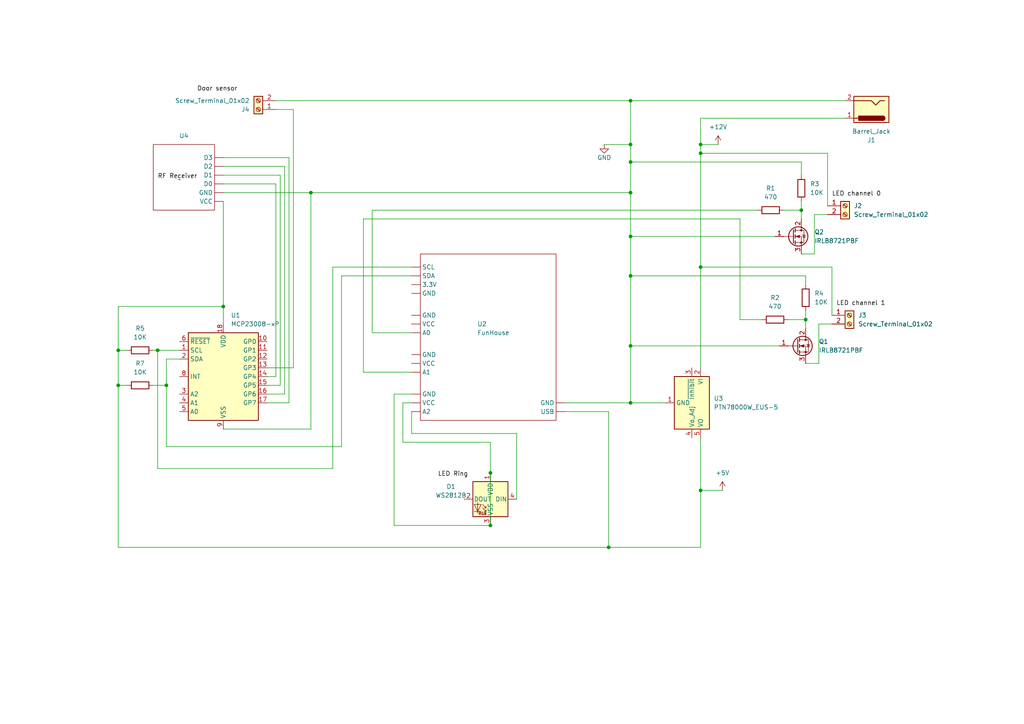
<source format=kicad_sch>
(kicad_sch (version 20230121) (generator eeschema)
  (paper "A4")
  (title_block (title "Nursery Server") (date "2023-09-17") (rev "0"))
  (lib_symbols
    (symbol "Adafruit_FunHouse:FunHouse"
      (property "Reference" "U2" (at -2.54 1.27 0))
      (property "Value" "FunHouse" (at -2.54 -1.27 0))
      (symbol "FunHouse_0_1"
        (rectangle (start -24.13 17.78) (end -24.13 17.78))
        (rectangle (start -19.05 21.59) (end 20.32 -26.67))
      )
      (symbol "FunHouse_1_1"
        (pin power_out line (at -21.59 12.7 0) (length 2.54) (name "3.3V") (number ""))
        (pin output line (at -21.59 -1.27 0) (length 2.54) (name "A0") (number ""))
        (pin output line (at -21.59 -12.7 0) (length 2.54) (name "A1") (number ""))
        (pin output line (at -21.59 -24.13 0) (length 2.54) (name "A2") (number ""))
        (pin passive line (at -21.59 -19.05 0) (length 2.54) (name "GND") (number ""))
        (pin passive line (at -21.59 -7.62 0) (length 2.54) (name "GND") (number ""))
        (pin passive line (at -21.59 3.81 0) (length 2.54) (name "GND") (number ""))
        (pin passive line (at -21.59 10.16 0) (length 2.54) (name "GND") (number ""))
        (pin passive line (at 22.86 -21.59 180) (length 2.54) (name "GND") (number ""))
        (pin bidirectional line (at -21.59 17.78 0) (length 2.54) (name "SCL") (number ""))
        (pin bidirectional line (at -21.59 15.24 0) (length 2.54) (name "SDA") (number ""))
        (pin power_in line (at 22.86 -24.13 180) (length 2.54) (name "USB") (number ""))
        (pin power_out line (at -21.59 -21.59 0) (length 2.54) (name "VCC") (number ""))
        (pin power_out line (at -21.59 -10.16 0) (length 2.54) (name "VCC") (number ""))
        (pin power_out line (at -21.59 1.27 0) (length 2.54) (name "VCC") (number ""))
      )
    )
    (symbol "Adafruit_FunHouse:RF_Receiver"
      (property "Reference" "U" (at 0 0 0))
      (symbol "RF_Receiver_0_1"
        (rectangle (start -10.16 8.89) (end 7.62 -10.16))
      )
      (symbol "RF_Receiver_1_1"
        (pin output line (at -12.7 1.27 0) (length 2.54) (name "D0") (number ""))
        (pin output line (at -12.7 -1.27 0) (length 2.54) (name "D1") (number ""))
        (pin output line (at -12.7 -3.81 0) (length 2.54) (name "D2") (number ""))
        (pin output line (at -12.7 -6.35 0) (length 2.54) (name "D3") (number ""))
        (pin passive line (at -12.7 3.81 0) (length 2.54) (name "GND") (number ""))
        (pin power_in line (at -12.7 6.35 0) (length 2.54) (name "VCC") (number ""))
      )
    )
    (symbol "Connector:Barrel_Jack" (pin_names (offset 1.016))
      (property "Reference" "J" (at 0 5.334 0))
      (property "Value" "Barrel_Jack" (at 0 -5.08 0))
      (symbol "Barrel_Jack_0_1"
        (rectangle (start -5.08 3.81) (end 5.08 -3.81) (stroke (width 0.254)) (fill (type background)))
        (arc (start -3.302 3.175) (mid -3.9343 2.54) (end -3.302 1.905) (stroke (width 0.254)))
        (arc (start -3.302 3.175) (mid -3.9343 2.54) (end -3.302 1.905) (stroke (width 0.254)) (fill (type outline)))
        (polyline (pts (xy 5.08 2.54) (xy 3.81 2.54)) (stroke (width 0.254)))
        (polyline (pts (xy -3.81 -2.54) (xy -2.54 -2.54) (xy -1.27 -1.27) (xy 0 -2.54) (xy 2.54 -2.54) (xy 5.08 -2.54)) (stroke (width 0.254)))
        (rectangle (start 3.683 3.175) (end -3.302 1.905) (stroke (width 0.254)) (fill (type outline)))
      )
      (symbol "Barrel_Jack_1_1"
        (pin passive line (at 7.62 2.54 180) (length 2.54) (name "~") (number "1"))
        (pin passive line (at 7.62 -2.54 180) (length 2.54) (name "~") (number "2"))
      )
    )
    (symbol "Connector:Screw_Terminal_01x02" (pin_names (offset 1.016) hide)
      (property "Reference" "J" (at 0 2.54 0))
      (property "Value" "Screw_Terminal_01x02" (at 0 -5.08 0))
      (symbol "Screw_Terminal_01x02_1_1"
        (rectangle (start -1.27 1.27) (end 1.27 -3.81) (stroke (width 0.254)) (fill (type background)))
        (circle (center 0 -2.54) (radius 0.635) (stroke (width 0.1524)))
        (polyline (pts (xy -0.5334 -2.2098) (xy 0.3302 -3.048)) (stroke (width 0.1524)))
        (polyline (pts (xy -0.5334 0.3302) (xy 0.3302 -0.508)) (stroke (width 0.1524)))
        (polyline (pts (xy -0.3556 -2.032) (xy 0.508 -2.8702)) (stroke (width 0.1524)))
        (polyline (pts (xy -0.3556 0.508) (xy 0.508 -0.3302)) (stroke (width 0.1524)))
        (circle (center 0 0) (radius 0.635) (stroke (width 0.1524)))
        (pin passive line (at -5.08 0 0) (length 3.81) (name "Pin_1") (number "1"))
        (pin passive line (at -5.08 -2.54 0) (length 3.81) (name "Pin_2") (number "2"))
      )
    )
    (symbol "Converter_DCDC:PTN78000W_EUS-5"
      (property "Reference" "U" (at -6.35 6.35 0))
      (property "Value" "PTN78000W_EUS-5" (at 3.81 6.35 0))
      (symbol "PTN78000W_EUS-5_0_1"
        (rectangle (start -7.62 5.08) (end 7.62 -5.08) (stroke (width 0.254)) (fill (type background)))
      )
      (symbol "PTN78000W_EUS-5_1_1"
        (pin power_in line (at 0 -7.62 90) (length 2.54) (name "GND") (number "1"))
        (pin power_in line (at -10.16 2.54 0) (length 2.54) (name "VI") (number "2"))
        (pin input line (at -10.16 0 0) (length 2.54) (name "~{Inhibit}") (number "3"))
        (pin output line (at 10.16 0 180) (length 2.54) (name "Vo_Adj") (number "4"))
        (pin power_out line (at 10.16 2.54 180) (length 2.54) (name "VO") (number "5"))
      )
    )
    (symbol "Device:R" (pin_numbers hide) (pin_names (offset 0))
      (property "Reference" "R" (at 2.032 0 90))
      (property "Value" "R" (at 0 0 90))
      (symbol "R_0_1"
        (rectangle (start -1.016 -2.54) (end 1.016 2.54) (stroke (width 0.254)))
      )
      (symbol "R_1_1"
        (pin passive line (at 0 3.81 270) (length 1.27) (name "~") (number "1"))
        (pin passive line (at 0 -3.81 90) (length 1.27) (name "~") (number "2"))
      )
    )
    (symbol "Interface_Expansion:MCP23008-xP"
      (property "Reference" "U" (at -8.89 13.97 0))
      (property "Value" "MCP23008-xP" (at 8.89 13.97 0))
      (symbol "MCP23008-xP_0_1"
        (rectangle (start -10.16 12.7) (end 10.16 -12.7) (stroke (width 0.254)) (fill (type background)))
      )
      (symbol "MCP23008-xP_1_1"
        (pin input line (at -12.7 7.62 0) (length 2.54) (name "SCL") (number "1"))
        (pin bidirectional line (at 12.7 10.16 180) (length 2.54) (name "GP0") (number "10"))
        (pin bidirectional line (at 12.7 7.62 180) (length 2.54) (name "GP1") (number "11"))
        (pin bidirectional line (at 12.7 5.08 180) (length 2.54) (name "GP2") (number "12"))
        (pin bidirectional line (at 12.7 2.54 180) (length 2.54) (name "GP3") (number "13"))
        (pin bidirectional line (at 12.7 0 180) (length 2.54) (name "GP4") (number "14"))
        (pin bidirectional line (at 12.7 -2.54 180) (length 2.54) (name "GP5") (number "15"))
        (pin bidirectional line (at 12.7 -5.08 180) (length 2.54) (name "GP6") (number "16"))
        (pin bidirectional line (at 12.7 -7.62 180) (length 2.54) (name "GP7") (number "17"))
        (pin power_in line (at 0 15.24 270) (length 2.54) (name "VDD") (number "18"))
        (pin bidirectional line (at -12.7 5.08 0) (length 2.54) (name "SDA") (number "2"))
        (pin input line (at -12.7 -5.08 0) (length 2.54) (name "A2") (number "3"))
        (pin input line (at -12.7 -7.62 0) (length 2.54) (name "A1") (number "4"))
        (pin input line (at -12.7 -10.16 0) (length 2.54) (name "A0") (number "5"))
        (pin input line (at -12.7 10.16 0) (length 2.54) (name "~{RESET}") (number "6"))
        (pin no_connect line (at -10.16 -2.54 0) (length 2.54) hide (name "NC") (number "7"))
        (pin output line (at -12.7 0 0) (length 2.54) (name "INT") (number "8"))
        (pin power_in line (at 0 -15.24 90) (length 2.54) (name "VSS") (number "9"))
      )
    )
    (symbol "LED:WS2812B" (pin_names (offset 0.254))
      (property "Reference" "D" (at 5.08 5.715 0))
      (property "Value" "WS2812B" (at 1.27 -5.715 0))
      (symbol "WS2812B_0_0"
        (text "RGB" (at 2.286 -4.191 0) (effects (font (size 0.762 0.762))))
      )
      (symbol "WS2812B_0_1"
        (polyline (pts (xy 1.27 -3.556) (xy 1.778 -3.556)))
        (polyline (pts (xy 1.27 -2.54) (xy 1.778 -2.54)))
        (polyline (pts (xy 4.699 -3.556) (xy 2.667 -3.556)))
        (polyline (pts (xy 2.286 -2.54) (xy 1.27 -3.556) (xy 1.27 -3.048)))
        (polyline (pts (xy 2.286 -1.524) (xy 1.27 -2.54) (xy 1.27 -2.032)))
        (polyline (pts (xy 3.683 -1.016) (xy 3.683 -3.556) (xy 3.683 -4.064)))
        (polyline (pts (xy 4.699 -1.524) (xy 2.667 -1.524) (xy 3.683 -3.556) (xy 4.699 -1.524)))
        (rectangle (start 5.08 5.08) (end -5.08 -5.08) (stroke (width 0.254)) (fill (type background)))
      )
      (symbol "WS2812B_1_1"
        (pin power_in line (at 0 7.62 270) (length 2.54) (name "VDD") (number "1"))
        (pin output line (at 7.62 0 180) (length 2.54) (name "DOUT") (number "2"))
        (pin power_in line (at 0 -7.62 90) (length 2.54) (name "VSS") (number "3"))
        (pin input line (at -7.62 0 0) (length 2.54) (name "DIN") (number "4"))
      )
    )
    (symbol "Transistor_FET:IRLB8721PBF" (pin_names hide)
      (property "Reference" "Q" (at 6.35 1.905 0))
      (property "Value" "IRLB8721PBF" (at 6.35 0 0))
      (symbol "IRLB8721PBF_0_1"
        (polyline (pts (xy 0.254 0) (xy -2.54 0)))
        (polyline (pts (xy 0.254 1.905) (xy 0.254 -1.905)) (stroke (width 0.254)))
        (polyline (pts (xy 0.762 -1.27) (xy 0.762 -2.286)) (stroke (width 0.254)))
        (polyline (pts (xy 0.762 0.508) (xy 0.762 -0.508)) (stroke (width 0.254)))
        (polyline (pts (xy 0.762 2.286) (xy 0.762 1.27)) (stroke (width 0.254)))
        (polyline (pts (xy 2.54 2.54) (xy 2.54 1.778)))
        (polyline (pts (xy 2.54 -2.54) (xy 2.54 0) (xy 0.762 0)))
        (polyline (pts (xy 0.762 -1.778) (xy 3.302 -1.778) (xy 3.302 1.778) (xy 0.762 1.778)))
        (polyline (pts (xy 1.016 0) (xy 2.032 0.381) (xy 2.032 -0.381) (xy 1.016 0)) (fill (type outline)))
        (polyline (pts (xy 2.794 0.508) (xy 2.921 0.381) (xy 3.683 0.381) (xy 3.81 0.254)))
        (polyline (pts (xy 3.302 0.381) (xy 2.921 -0.254) (xy 3.683 -0.254) (xy 3.302 0.381)))
        (circle (center 1.651 0) (radius 2.794) (stroke (width 0.254)))
        (circle (center 2.54 -1.778) (radius 0.254) (fill (type outline)))
        (circle (center 2.54 1.778) (radius 0.254) (fill (type outline)))
      )
      (symbol "IRLB8721PBF_1_1"
        (pin input line (at -5.08 0 0) (length 2.54) (name "G") (number "1"))
        (pin passive line (at 2.54 5.08 270) (length 2.54) (name "D") (number "2"))
        (pin passive line (at 2.54 -5.08 90) (length 2.54) (name "S") (number "3"))
      )
    )
    (symbol "power:+12V" (power) (pin_names (offset 0))
      (property "Value" "+12V" (at 0 3.556 0))
      (symbol "+12V_0_1"
        (polyline (pts (xy -0.762 1.27) (xy 0 2.54)))
        (polyline (pts (xy 0 0) (xy 0 2.54)))
        (polyline (pts (xy 0 2.54) (xy 0.762 1.27)))
      )
      (symbol "+12V_1_1"
        (pin power_in line (at 0 0 90) (length 0) hide (name "+12V") (number "1"))
      )
    )
    (symbol "power:+5V" (power) (pin_names (offset 0))
      (property "Value" "+5V" (at 0 3.556 0))
      (symbol "+5V_0_1"
        (polyline (pts (xy -0.762 1.27) (xy 0 2.54)))
        (polyline (pts (xy 0 0) (xy 0 2.54)))
        (polyline (pts (xy 0 2.54) (xy 0.762 1.27)))
      )
      (symbol "+5V_1_1"
        (pin power_in line (at 0 0 90) (length 0) hide (name "+5V") (number "1"))
      )
    )
    (symbol "power:GND" (power) (pin_names (offset 0))
      (property "Value" "GND" (at 0 -3.81 0))
      (symbol "GND_0_1"
        (polyline (pts (xy 0 0) (xy 0 -1.27) (xy 1.27 -1.27) (xy 0 -2.54) (xy -1.27 -1.27) (xy 0 -1.27)))
      )
      (symbol "GND_1_1"
        (pin power_in line (at 0 0 270) (length 0) hide (name "GND") (number "1"))
      )
    )
  )
  (junction (at 182.88 80.01))
  (junction (at 34.29 101.6))
  (junction (at 203.2 44.45))
  (junction (at 182.88 41.91))
  (junction (at 176.53 158.75))
  (junction (at 203.2 41.91))
  (junction (at 64.77 88.9))
  (junction (at 34.29 111.76))
  (junction (at 182.88 55.88))
  (junction (at 45.72 101.6))
  (junction (at 142.24 137.16))
  (junction (at 182.88 46.99))
  (junction (at 182.88 116.84))
  (junction (at 90.17 55.88))
  (junction (at 182.88 29.21))
  (junction (at 142.24 152.4))
  (junction (at 233.68 92.71))
  (junction (at 232.41 60.96))
  (junction (at 203.2 142.24))
  (junction (at 48.26 111.76))
  (junction (at 203.2 77.47))
  (junction (at 182.88 68.58))
  (junction (at 182.88 100.33))
  (wire (pts (xy 119.38 119.38) (xy 119.38 125.73)))
  (wire (pts (xy 203.2 34.29) (xy 203.2 41.91)))
  (wire (pts (xy 64.77 53.34) (xy 80.01 53.34)))
  (wire (pts (xy 236.22 62.23) (xy 236.22 73.66)))
  (wire (pts (xy 82.55 48.26) (xy 82.55 114.3)))
  (wire (pts (xy 232.41 60.96) (xy 232.41 63.5)))
  (wire (pts (xy 182.88 46.99) (xy 232.41 46.99)))
  (wire (pts (xy 236.22 62.23) (xy 240.03 62.23)))
  (wire (pts (xy 90.17 55.88) (xy 182.88 55.88)))
  (wire (pts (xy 237.49 93.98) (xy 241.3 93.98)))
  (wire (pts (xy 233.68 105.41) (xy 237.49 105.41)))
  (wire (pts (xy 34.29 111.76) (xy 34.29 158.75)))
  (wire (pts (xy 182.88 116.84) (xy 193.04 116.84)))
  (wire (pts (xy 34.29 111.76) (xy 36.83 111.76)))
  (wire (pts (xy 232.41 73.66) (xy 236.22 73.66)))
  (wire (pts (xy 203.2 142.24) (xy 209.55 142.24)))
  (wire (pts (xy 182.88 55.88) (xy 182.88 68.58)))
  (wire (pts (xy 80.01 31.75) (xy 85.09 31.75)))
  (wire (pts (xy 116.84 116.84) (xy 119.38 116.84)))
  (wire (pts (xy 182.88 100.33) (xy 182.88 116.84)))
  (wire (pts (xy 203.2 34.29) (xy 245.11 34.29)))
  (wire (pts (xy 182.88 29.21) (xy 245.11 29.21)))
  (wire (pts (xy 107.95 96.52) (xy 119.38 96.52)))
  (wire (pts (xy 48.26 111.76) (xy 48.26 104.14)))
  (wire (pts (xy 107.95 60.96) (xy 107.95 96.52)))
  (wire (pts (xy 81.28 111.76) (xy 81.28 50.8)))
  (wire (pts (xy 142.24 137.16) (xy 142.24 128.27)))
  (wire (pts (xy 64.77 55.88) (xy 90.17 55.88)))
  (wire (pts (xy 176.53 158.75) (xy 203.2 158.75)))
  (wire (pts (xy 214.63 92.71) (xy 220.98 92.71)))
  (wire (pts (xy 240.03 59.69) (xy 240.03 44.45)))
  (wire (pts (xy 85.09 31.75) (xy 85.09 106.68)))
  (wire (pts (xy 182.88 100.33) (xy 226.06 100.33)))
  (wire (pts (xy 83.82 45.72) (xy 64.77 45.72)))
  (wire (pts (xy 34.29 158.75) (xy 176.53 158.75)))
  (wire (pts (xy 203.2 41.91) (xy 203.2 44.45)))
  (wire (pts (xy 96.52 135.89) (xy 96.52 77.47)))
  (wire (pts (xy 176.53 119.38) (xy 176.53 158.75)))
  (wire (pts (xy 64.77 124.46) (xy 90.17 124.46)))
  (wire (pts (xy 52.07 101.6) (xy 45.72 101.6)))
  (wire (pts (xy 119.38 107.95) (xy 105.41 107.95)))
  (wire (pts (xy 34.29 101.6) (xy 36.83 101.6)))
  (wire (pts (xy 44.45 101.6) (xy 45.72 101.6)))
  (wire (pts (xy 64.77 58.42) (xy 64.77 88.9)))
  (wire (pts (xy 82.55 114.3) (xy 77.47 114.3)))
  (wire (pts (xy 77.47 116.84) (xy 83.82 116.84)))
  (wire (pts (xy 99.06 80.01) (xy 119.38 80.01)))
  (wire (pts (xy 182.88 41.91) (xy 182.88 46.99)))
  (wire (pts (xy 233.68 90.17) (xy 233.68 92.71)))
  (wire (pts (xy 48.26 104.14) (xy 52.07 104.14)))
  (wire (pts (xy 48.26 129.54) (xy 99.06 129.54)))
  (wire (pts (xy 233.68 82.55) (xy 233.68 80.01)))
  (wire (pts (xy 114.3 114.3) (xy 119.38 114.3)))
  (wire (pts (xy 81.28 50.8) (xy 64.77 50.8)))
  (wire (pts (xy 175.26 41.91) (xy 182.88 41.91)))
  (wire (pts (xy 34.29 101.6) (xy 34.29 111.76)))
  (wire (pts (xy 182.88 68.58) (xy 182.88 80.01)))
  (wire (pts (xy 142.24 137.16) (xy 142.24 152.4)))
  (wire (pts (xy 203.2 44.45) (xy 240.03 44.45)))
  (wire (pts (xy 149.86 125.73) (xy 119.38 125.73)))
  (wire (pts (xy 182.88 68.58) (xy 224.79 68.58)))
  (wire (pts (xy 203.2 127) (xy 203.2 142.24)))
  (wire (pts (xy 34.29 88.9) (xy 34.29 101.6)))
  (wire (pts (xy 90.17 55.88) (xy 90.17 124.46)))
  (wire (pts (xy 233.68 92.71) (xy 233.68 95.25)))
  (wire (pts (xy 163.83 116.84) (xy 182.88 116.84)))
  (wire (pts (xy 80.01 109.22) (xy 77.47 109.22)))
  (wire (pts (xy 107.95 60.96) (xy 219.71 60.96)))
  (wire (pts (xy 64.77 93.98) (xy 64.77 88.9)))
  (wire (pts (xy 85.09 106.68) (xy 77.47 106.68)))
  (wire (pts (xy 228.6 92.71) (xy 233.68 92.71)))
  (wire (pts (xy 44.45 111.76) (xy 48.26 111.76)))
  (wire (pts (xy 232.41 46.99) (xy 232.41 50.8)))
  (wire (pts (xy 99.06 80.01) (xy 99.06 129.54)))
  (wire (pts (xy 182.88 100.33) (xy 182.88 80.01)))
  (wire (pts (xy 214.63 63.5) (xy 214.63 92.71)))
  (wire (pts (xy 105.41 63.5) (xy 214.63 63.5)))
  (wire (pts (xy 83.82 116.84) (xy 83.82 45.72)))
  (wire (pts (xy 64.77 48.26) (xy 82.55 48.26)))
  (wire (pts (xy 96.52 77.47) (xy 119.38 77.47)))
  (wire (pts (xy 203.2 77.47) (xy 241.3 77.47)))
  (wire (pts (xy 232.41 58.42) (xy 232.41 60.96)))
  (wire (pts (xy 116.84 128.27) (xy 116.84 116.84)))
  (wire (pts (xy 45.72 101.6) (xy 45.72 135.89)))
  (wire (pts (xy 48.26 129.54) (xy 48.26 111.76)))
  (wire (pts (xy 176.53 119.38) (xy 163.83 119.38)))
  (wire (pts (xy 142.24 128.27) (xy 116.84 128.27)))
  (wire (pts (xy 241.3 77.47) (xy 241.3 91.44)))
  (wire (pts (xy 203.2 44.45) (xy 203.2 77.47)))
  (wire (pts (xy 203.2 77.47) (xy 203.2 106.68)))
  (wire (pts (xy 208.28 41.91) (xy 203.2 41.91)))
  (wire (pts (xy 149.86 144.78) (xy 149.86 125.73)))
  (wire (pts (xy 227.33 60.96) (xy 232.41 60.96)))
  (wire (pts (xy 114.3 152.4) (xy 114.3 114.3)))
  (wire (pts (xy 182.88 46.99) (xy 182.88 55.88)))
  (wire (pts (xy 237.49 93.98) (xy 237.49 105.41)))
  (wire (pts (xy 203.2 142.24) (xy 203.2 158.75)))
  (wire (pts (xy 142.24 152.4) (xy 114.3 152.4)))
  (wire (pts (xy 34.29 88.9) (xy 64.77 88.9)))
  (wire (pts (xy 182.88 80.01) (xy 233.68 80.01)))
  (wire (pts (xy 80.01 53.34) (xy 80.01 109.22)))
  (wire (pts (xy 182.88 29.21) (xy 182.88 41.91)))
  (wire (pts (xy 80.01 29.21) (xy 182.88 29.21)))
  (wire (pts (xy 77.47 111.76) (xy 81.28 111.76)))
  (wire (pts (xy 105.41 63.5) (xy 105.41 107.95)))
  (wire (pts (xy 45.72 135.89) (xy 96.52 135.89)))
  (label "Door sensor" (at 57.15 26.67 0))
  (label "LED channel 1" (at 242.57 88.9 0))
  (label "RF Receiver" (at 45.72 52.07 0))
  (label "LED channel 0" (at 241.3 57.15 0))
  (label "LED Ring" (at 127 138.43 0))
  (symbol (lib_id "Converter_DCDC:PTN78000W_EUS-5") (at 200.66 116.84 270) (unit 1)
    (property "Reference" "U3" (at 207.01 115.57 90) (effects (justify left)))
    (property "Value" "PTN78000W_EUS-5" (at 207.01 118.11 90) (effects (justify left)))
    (property "Footprint" "Module:Texas_EUS_R-PDSS-T5_THT" (effects hide))
    (property "Datasheet" "https://www.ti.com/lit/ds/symlink/ptn78000w.pdf" (effects hide))
  )
  (symbol (lib_id "Transistor_FET:IRLB8721PBF") (at 231.14 100.33 0) (unit 1)
    (property "Reference" "Q1" (at 237.49 99.06 0) (effects (justify left)))
    (property "Value" "IRLB8721PBF" (at 237.49 101.6 0) (effects (justify left)))
    (property "Footprint" "Package_TO_SOT_THT:TO-220-3_Vertical" (effects hide))
    (property "Datasheet" "http://www.infineon.com/dgdl/irlb8721pbf.pdf?fileId=5546d462533600a40153566056732591" (effects hide))
  )
  (symbol (lib_id "Device:R") (at 223.52 60.96 90) (unit 1)
    (property "Reference" "R1" (at 223.52 54.61 90))
    (property "Value" "470" (at 223.52 57.15 90))
  )
  (symbol (lib_id "Device:R") (at 232.41 54.61 0) (unit 1)
    (property "Reference" "R3" (at 234.95 53.34 0) (effects (justify left)))
    (property "Value" "10K" (at 234.95 55.88 0) (effects (justify left)))
  )
  (symbol (lib_id "power:+5V") (at 209.55 142.24 0) (unit 1)
    (property "Reference" "#PWR03" (effects hide))
    (property "Value" "+5V" (at 209.55 137.16 0))
  )
  (symbol (lib_id "Transistor_FET:IRLB8721PBF") (at 229.87 68.58 0) (unit 1)
    (property "Reference" "Q2" (at 236.22 67.31 0) (effects (justify left)))
    (property "Value" "IRLB8721PBF" (at 236.22 69.85 0) (effects (justify left)))
    (property "Footprint" "Package_TO_SOT_THT:TO-220-3_Vertical" (effects hide))
    (property "Datasheet" "http://www.infineon.com/dgdl/irlb8721pbf.pdf?fileId=5546d462533600a40153566056732591" (effects hide))
  )
  (symbol (lib_id "Connector:Screw_Terminal_01x02") (at 245.11 59.69 0) (unit 1)
    (property "Reference" "J2" (at 247.65 59.69 0) (effects (justify left)))
    (property "Value" "Screw_Terminal_01x02" (at 247.65 62.23 0) (effects (justify left)))
  )
  (symbol (lib_id "Adafruit_FunHouse:RF_Receiver") (at 52.07 52.07 180) (unit 1)
    (property "Reference" "U4" (at 53.34 39.37 0))
    (property "Value" "~" (at 52.07 52.07 0))
  )
  (symbol (lib_id "LED:WS2812B") (at 142.24 144.78 0) (mirror y) (unit 1)
    (property "Reference" "D1" (at 130.81 141.1321 0))
    (property "Value" "WS2812B" (at 130.81 143.6721 0))
    (property "Footprint" "LED_SMD:LED_WS2812B_PLCC4_5.0x5.0mm_P3.2mm" (effects hide))
    (property "Datasheet" "https://cdn-shop.adafruit.com/datasheets/WS2812B.pdf" (effects hide))
  )
  (symbol (lib_id "power:+12V") (at 208.28 41.91 0) (unit 1)
    (property "Reference" "#PWR02" (effects hide))
    (property "Value" "+12V" (at 208.28 36.83 0))
  )
  (symbol (lib_id "Device:R") (at 40.64 111.76 90) (unit 1)
    (property "Reference" "R7" (at 40.64 105.41 90))
    (property "Value" "10K" (at 40.64 107.95 90))
  )
  (symbol (lib_id "Device:R") (at 224.79 92.71 90) (unit 1)
    (property "Reference" "R2" (at 224.79 86.36 90))
    (property "Value" "470" (at 224.79 88.9 90))
  )
  (symbol (lib_id "Connector:Screw_Terminal_01x02") (at 246.38 91.44 0) (unit 1)
    (property "Reference" "J3" (at 248.92 91.44 0) (effects (justify left)))
    (property "Value" "Screw_Terminal_01x02" (at 248.92 93.98 0) (effects (justify left)))
  )
  (symbol (lib_id "Device:R") (at 40.64 101.6 90) (unit 1)
    (property "Reference" "R5" (at 40.64 95.25 90))
    (property "Value" "10K" (at 40.64 97.79 90))
  )
  (symbol (lib_id "power:GND") (at 175.26 41.91 0) (unit 1)
    (property "Reference" "#PWR01" (effects hide))
    (property "Value" "GND" (at 175.26 45.72 0))
  )
  (symbol (lib_id "Connector:Screw_Terminal_01x02") (at 74.93 31.75 180) (unit 1)
    (property "Reference" "J4" (at 72.39 31.75 0) (effects (justify left)))
    (property "Value" "Screw_Terminal_01x02" (at 72.39 29.21 0) (effects (justify left)))
  )
  (symbol (lib_id "Device:R") (at 233.68 86.36 0) (unit 1)
    (property "Reference" "R4" (at 236.22 85.09 0) (effects (justify left)))
    (property "Value" "10K" (at 236.22 87.63 0) (effects (justify left)))
  )
  (symbol (lib_id "Interface_Expansion:MCP23008-xP") (at 64.77 109.22 0) (unit 1)
    (property "Reference" "U1" (at 66.9641 91.44 0) (effects (justify left)))
    (property "Value" "MCP23008-xP" (at 66.9641 93.98 0) (effects (justify left)))
    (property "Footprint" "Package_DIP:DIP-18_W7.62mm" (effects hide))
    (property "Datasheet" "http://ww1.microchip.com/downloads/en/DeviceDoc/MCP23008-MCP23S08-Data-Sheet-20001919F.pdf" (effects hide))
  )
  (symbol (lib_id "Connector:Barrel_Jack") (at 252.73 31.75 180) (unit 1)
    (property "Reference" "J1" (at 252.73 40.64 0))
    (property "Value" "Barrel_Jack" (at 252.73 38.1 0))
  )
  (symbol (lib_id "Adafruit_FunHouse:FunHouse") (at 140.97 95.25 0) (unit 1)
    (property "Reference" "U2" (at 138.43 93.98 0) (effects (justify left)))
    (property "Value" "FunHouse" (at 138.43 96.52 0) (effects (justify left)))
  )
)
</source>
